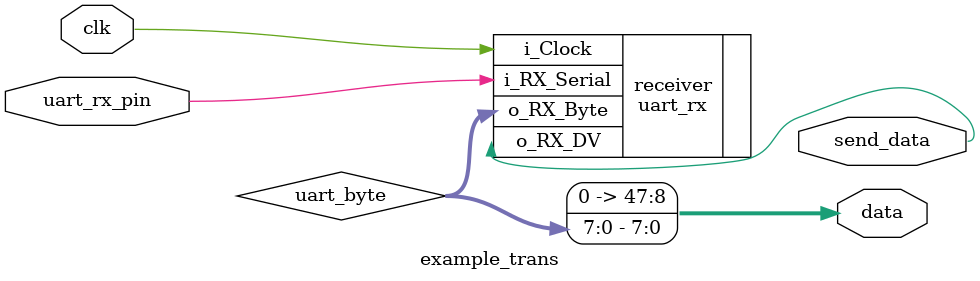
<source format=v>
`include "rah_var_defs.vh"

/* Example module to receive from RAH */
module example_recv (
    input                           clk,
    input                           data_queue_empty,
    input                           data_queue_almost_empty,
    input [RAH_PACKET_WIDTH-1:0]    data_frame,

    output reg                      request_data = 0,
    output                          uart_tx_pin
);

parameter RAH_PACKET_WIDTH = 48;
parameter BYTES_IN_PACKET = RAH_PACKET_WIDTH / 8;
parameter UART_DATA_WIDTH = 8;

reg [2:0] state = 0;
reg send_uart = 0;
reg [RAH_PACKET_WIDTH-1:0] rah_data = 0;
reg [$clog2(BYTES_IN_PACKET):0] cnt = 0;
reg [UART_DATA_WIDTH-1:0] uart_byte = 0;

wire uart_tx_done;

always @(posedge clk) begin
    case (state)
        0: begin
            if (~data_queue_empty) begin
                request_data <= 1;
                state <= 1;
            end
        end

        1: begin
            request_data <= 0;
            state <= 2;
        end

        2: begin
            rah_data <= data_frame;
            cnt <= 0;
            state <= 3;
        end

        3: begin
            if (cnt < BYTES_IN_PACKET) begin
                send_uart <= 1;
                uart_byte <= rah_data[(BYTES_IN_PACKET - cnt - 1)
                        * UART_DATA_WIDTH
                        +: UART_DATA_WIDTH];
                state <= 4;
            end else begin
                state <= 0;
            end
        end

        4: begin
            send_uart <= 0;

            if (uart_tx_done) begin
                cnt <= cnt + 1;
                state <= 3;
            end
        end
    endcase
end

uart_tx #(
    .CLKS_PER_BIT(468)
) transmit (
    .i_Rst_L(1'b1),
    .i_Clock(clk),
    .i_TX_DV(send_uart),
    .i_TX_Byte(uart_byte), 
    .o_TX_Active(),
    .o_TX_Serial(uart_tx_pin),
    .o_TX_Done(uart_tx_done)
);

endmodule

/* Example module to transmit to RAH */
module example_trans (
    input                           clk,
    input                           uart_rx_pin,

    output [RAH_PACKET_WIDTH-1:0]   data,
    output                          send_data
);

parameter RAH_PACKET_WIDTH = 48;

wire [7:0] uart_byte;

uart_rx #(
    .CLOCKS_PER_BIT(468)
) receiver (
    .i_Clock(clk),
    .i_RX_Serial(uart_rx_pin),
    .o_RX_DV(send_data),
    .o_RX_Byte(uart_byte)
);

assign data = {40'h0, uart_byte};

endmodule

</source>
